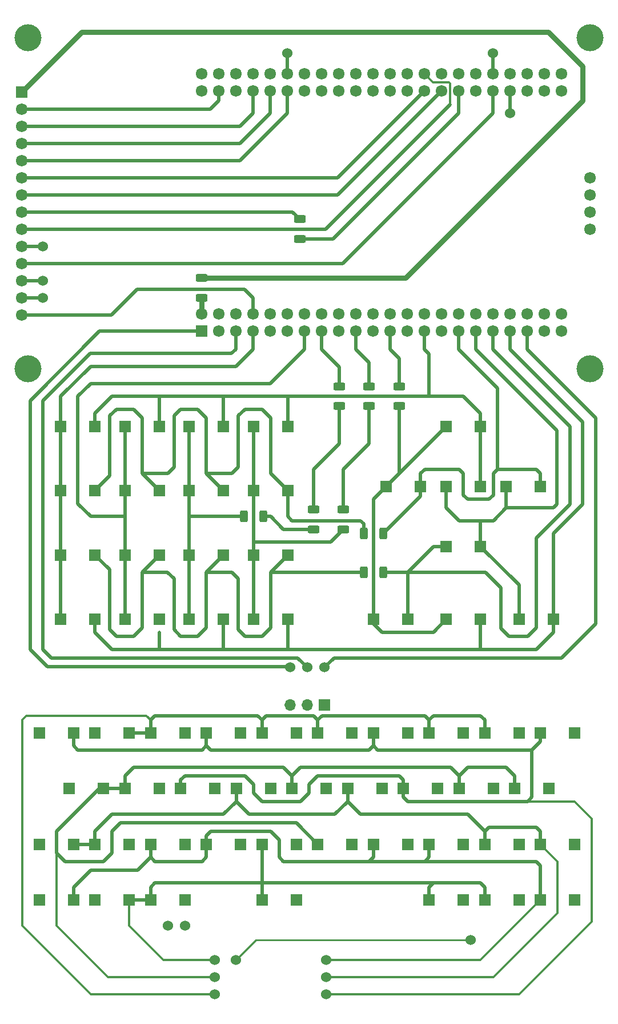
<source format=gbr>
%TF.GenerationSoftware,KiCad,Pcbnew,(6.0.7)*%
%TF.CreationDate,2022-08-13T02:18:18+03:00*%
%TF.ProjectId,dev_board_1,6465765f-626f-4617-9264-5f312e6b6963,rev?*%
%TF.SameCoordinates,Original*%
%TF.FileFunction,Copper,L2,Bot*%
%TF.FilePolarity,Positive*%
%FSLAX46Y46*%
G04 Gerber Fmt 4.6, Leading zero omitted, Abs format (unit mm)*
G04 Created by KiCad (PCBNEW (6.0.7)) date 2022-08-13 02:18:19*
%MOMM*%
%LPD*%
G01*
G04 APERTURE LIST*
G04 Aperture macros list*
%AMRoundRect*
0 Rectangle with rounded corners*
0 $1 Rounding radius*
0 $2 $3 $4 $5 $6 $7 $8 $9 X,Y pos of 4 corners*
0 Add a 4 corners polygon primitive as box body*
4,1,4,$2,$3,$4,$5,$6,$7,$8,$9,$2,$3,0*
0 Add four circle primitives for the rounded corners*
1,1,$1+$1,$2,$3*
1,1,$1+$1,$4,$5*
1,1,$1+$1,$6,$7*
1,1,$1+$1,$8,$9*
0 Add four rect primitives between the rounded corners*
20,1,$1+$1,$2,$3,$4,$5,0*
20,1,$1+$1,$4,$5,$6,$7,0*
20,1,$1+$1,$6,$7,$8,$9,0*
20,1,$1+$1,$8,$9,$2,$3,0*%
G04 Aperture macros list end*
%TA.AperFunction,ComponentPad*%
%ADD10R,1.724000X1.724000*%
%TD*%
%TA.AperFunction,ComponentPad*%
%ADD11R,1.700000X1.700000*%
%TD*%
%TA.AperFunction,ComponentPad*%
%ADD12O,1.700000X1.700000*%
%TD*%
%TA.AperFunction,ComponentPad*%
%ADD13R,1.722000X1.722000*%
%TD*%
%TA.AperFunction,ComponentPad*%
%ADD14C,1.722000*%
%TD*%
%TA.AperFunction,ComponentPad*%
%ADD15C,4.000000*%
%TD*%
%TA.AperFunction,SMDPad,CuDef*%
%ADD16RoundRect,0.250000X0.312500X0.625000X-0.312500X0.625000X-0.312500X-0.625000X0.312500X-0.625000X0*%
%TD*%
%TA.AperFunction,SMDPad,CuDef*%
%ADD17RoundRect,0.250000X0.625000X-0.312500X0.625000X0.312500X-0.625000X0.312500X-0.625000X-0.312500X0*%
%TD*%
%TA.AperFunction,SMDPad,CuDef*%
%ADD18RoundRect,0.250000X-0.625000X0.312500X-0.625000X-0.312500X0.625000X-0.312500X0.625000X0.312500X0*%
%TD*%
%TA.AperFunction,ViaPad*%
%ADD19C,1.524000*%
%TD*%
%TA.AperFunction,Conductor*%
%ADD20C,0.500000*%
%TD*%
%TA.AperFunction,Conductor*%
%ADD21C,0.250000*%
%TD*%
%TA.AperFunction,Conductor*%
%ADD22C,0.375000*%
%TD*%
%TA.AperFunction,Conductor*%
%ADD23C,0.300000*%
%TD*%
%TA.AperFunction,Conductor*%
%ADD24C,0.800000*%
%TD*%
G04 APERTURE END LIST*
D10*
%TO.P,SW35,1*%
%TO.N,N/C*%
X107210000Y-150177500D03*
%TO.P,SW35,2*%
X112290000Y-150177500D03*
%TD*%
%TO.P,SW7,1*%
%TO.N,col_2*%
X45615000Y-99060000D03*
%TO.P,SW7,2*%
%TO.N,row_3*%
X50695000Y-99060000D03*
%TD*%
%TO.P,SW3,1*%
%TO.N,col_1*%
X36090000Y-99060000D03*
%TO.P,SW3,2*%
%TO.N,row_3*%
X41170000Y-99060000D03*
%TD*%
%TO.P,SW23,1*%
%TO.N,col_6*%
X82445000Y-108585000D03*
%TO.P,SW23,2*%
%TO.N,row_3*%
X87525000Y-108585000D03*
%TD*%
%TO.P,SW4,1*%
%TO.N,col_1*%
X36090000Y-108585000D03*
%TO.P,SW4,2*%
%TO.N,N/C*%
X41170000Y-108585000D03*
%TD*%
%TO.P,SW1,1*%
%TO.N,col_1*%
X36090000Y-80010000D03*
%TO.P,SW1,2*%
%TO.N,row_1*%
X41170000Y-80010000D03*
%TD*%
D11*
%TO.P,J1,1,Pin_1*%
%TO.N,N/C*%
X75146803Y-121285000D03*
D12*
%TO.P,J1,2,Pin_2*%
X72606803Y-121285000D03*
%TO.P,J1,3,Pin_3*%
X70066803Y-121285000D03*
%TD*%
D10*
%TO.P,SW6,1*%
%TO.N,col_2*%
X45615000Y-89535000D03*
%TO.P,SW6,2*%
%TO.N,row_2*%
X50695000Y-89535000D03*
%TD*%
%TO.P,SW12,1*%
%TO.N,N/C*%
X49425000Y-150177500D03*
%TO.P,SW12,2*%
X54505000Y-150177500D03*
%TD*%
%TO.P,SW15,1*%
%TO.N,N/C*%
X70380000Y-133667500D03*
%TO.P,SW15,2*%
X75460000Y-133667500D03*
%TD*%
%TO.P,SW21,1*%
%TO.N,N/C*%
X74190000Y-141922500D03*
%TO.P,SW21,2*%
X79270000Y-141922500D03*
%TD*%
%TO.P,SW2,1*%
%TO.N,N/C*%
X32915000Y-125412500D03*
%TO.P,SW2,2*%
X37995000Y-125412500D03*
%TD*%
%TO.P,SW11,1*%
%TO.N,N/C*%
X49425000Y-141922500D03*
%TO.P,SW11,2*%
X54505000Y-141922500D03*
%TD*%
%TO.P,SW22,1*%
%TO.N,N/C*%
X78635000Y-133667500D03*
%TO.P,SW22,2*%
X83715000Y-133667500D03*
%TD*%
%TO.P,SW12,1*%
%TO.N,col_3*%
X55140000Y-108585000D03*
%TO.P,SW12,2*%
%TO.N,N/C*%
X60220000Y-108585000D03*
%TD*%
%TO.P,SW10,1*%
%TO.N,N/C*%
X41170000Y-141922500D03*
%TO.P,SW10,2*%
X46250000Y-141922500D03*
%TD*%
%TO.P,SW32,1*%
%TO.N,N/C*%
X107210000Y-125412500D03*
%TO.P,SW32,2*%
X112290000Y-125412500D03*
%TD*%
%TO.P,SW16,1*%
%TO.N,N/C*%
X62125000Y-133667500D03*
%TO.P,SW16,2*%
X67205000Y-133667500D03*
%TD*%
%TO.P,SW10,1*%
%TO.N,col_3*%
X55140000Y-89535000D03*
%TO.P,SW10,2*%
%TO.N,row_2*%
X60220000Y-89535000D03*
%TD*%
%TO.P,SW31,1*%
%TO.N,N/C*%
X98955000Y-125412500D03*
%TO.P,SW31,2*%
X104035000Y-125412500D03*
%TD*%
D13*
%TO.P,U2,1,+5V*%
%TO.N,N/C*%
X56940000Y-65915000D03*
D14*
%TO.P,U2,2,+5V*%
%TO.N,+5V*%
X56940000Y-63375000D03*
%TO.P,U2,3,+3V3*%
%TO.N,+3V3*%
X59480000Y-65915000D03*
%TO.P,U2,4,+3V3*%
X59480000Y-63375000D03*
%TO.P,U2,5,GND*%
%TO.N,N/C*%
X62020000Y-65915000D03*
%TO.P,U2,6,GND*%
%TO.N,GND*%
X62020000Y-63375000D03*
%TO.P,U2,7,PD9*%
%TO.N,col_1*%
X64560000Y-65915000D03*
%TO.P,U2,8,PD8*%
%TO.N,irg_touch*%
X64560000Y-63375000D03*
%TO.P,U2,9,PD11*%
%TO.N,qspi_flash*%
X67100000Y-65915000D03*
%TO.P,U2,10,PD10*%
%TO.N,unconnected-(U2-Pad10)*%
X67100000Y-63375000D03*
%TO.P,U2,11,PD13*%
%TO.N,qspi_flash*%
X69640000Y-65915000D03*
%TO.P,U2,12,PD12*%
X69640000Y-63375000D03*
%TO.P,U2,13,PD15*%
%TO.N,col_2*%
X72180000Y-65915000D03*
%TO.P,U2,14,PD14*%
%TO.N,unconnected-(U2-Pad14)*%
X72180000Y-63375000D03*
%TO.P,U2,15,PC7*%
%TO.N,col_3*%
X74720000Y-65915000D03*
%TO.P,U2,16,PC6*%
%TO.N,unconnected-(U2-Pad16)*%
X74720000Y-63375000D03*
%TO.P,U2,17,PC9*%
%TO.N,sd*%
X77260000Y-65915000D03*
%TO.P,U2,18,PC8*%
X77260000Y-63375000D03*
%TO.P,U2,19,PA9/TXD1*%
%TO.N,col_4*%
X79800000Y-65915000D03*
%TO.P,U2,20,PA8*%
%TO.N,unconnected-(U2-Pad20)*%
X79800000Y-63375000D03*
%TO.P,U2,21,PA11/USB_DM*%
%TO.N,usb*%
X82340000Y-65915000D03*
%TO.P,U2,22,PA10/RXD1*%
%TO.N,unconnected-(U2-Pad22)*%
X82340000Y-63375000D03*
%TO.P,U2,23,PA15*%
%TO.N,col_6*%
X84880000Y-65915000D03*
%TO.P,U2,24,PA12/USB_DP*%
%TO.N,usb*%
X84880000Y-63375000D03*
%TO.P,U2,25,PC11*%
%TO.N,sd*%
X87420000Y-65915000D03*
%TO.P,U2,26,PC10*%
X87420000Y-63375000D03*
%TO.P,U2,27,PD0*%
%TO.N,row_1*%
X89960000Y-65915000D03*
%TO.P,U2,28,PC12*%
%TO.N,sd*%
X89960000Y-63375000D03*
%TO.P,U2,29,PD2*%
X92500000Y-65915000D03*
%TO.P,U2,30,PD1*%
%TO.N,unconnected-(U2-Pad30)*%
X92500000Y-63375000D03*
%TO.P,U2,31,PD4*%
%TO.N,row_2*%
X95040000Y-65915000D03*
%TO.P,U2,32,PD3*%
%TO.N,unconnected-(U2-Pad32)*%
X95040000Y-63375000D03*
%TO.P,U2,33,PD6*%
%TO.N,col_5*%
X97580000Y-65915000D03*
%TO.P,U2,34,PD5*%
%TO.N,unconnected-(U2-Pad34)*%
X97580000Y-63375000D03*
%TO.P,U2,35,PB3*%
%TO.N,row_3*%
X100120000Y-65915000D03*
%TO.P,U2,36,PD7*%
%TO.N,unconnected-(U2-Pad36)*%
X100120000Y-63375000D03*
%TO.P,U2,37,PB5*%
%TO.N,N/C*%
X102660000Y-65915000D03*
%TO.P,U2,38,PB4*%
%TO.N,unconnected-(U2-Pad38)*%
X102660000Y-63375000D03*
%TO.P,U2,39,PB7*%
%TO.N,unconnected-(U2-Pad39)*%
X105200000Y-65915000D03*
%TO.P,U2,40,PB6*%
%TO.N,qspi_flash*%
X105200000Y-63375000D03*
%TO.P,U2,41,PB9*%
%TO.N,unconnected-(U2-Pad41)*%
X107740000Y-65915000D03*
%TO.P,U2,42,PB8*%
%TO.N,unconnected-(U2-Pad42)*%
X107740000Y-63375000D03*
%TO.P,U2,43,PE1*%
%TO.N,unconnected-(U2-Pad43)*%
X110280000Y-65915000D03*
%TO.P,U2,44,PE0*%
%TO.N,unconnected-(U2-Pad44)*%
X110280000Y-63375000D03*
%TO.P,U2,45,+3V3*%
%TO.N,+3V3*%
X56940000Y-30355000D03*
%TO.P,U2,46,+3V3*%
X56940000Y-27815000D03*
%TO.P,U2,47,GND*%
%TO.N,GND*%
X59480000Y-30355000D03*
%TO.P,U2,48,GND*%
X59480000Y-27815000D03*
%TO.P,U2,49,VDDA*%
%TO.N,unconnected-(U2-Pad49)*%
X62020000Y-30355000D03*
%TO.P,U2,50,VREF+*%
%TO.N,unconnected-(U2-Pad50)*%
X62020000Y-27815000D03*
%TO.P,U2,51,PB15*%
%TO.N,cs_tft*%
X64560000Y-30355000D03*
%TO.P,U2,52,PB14*%
%TO.N,unconnected-(U2-Pad52)*%
X64560000Y-27815000D03*
%TO.P,U2,53,PB13*%
%TO.N,reset_tft*%
X67100000Y-30355000D03*
%TO.P,U2,54,PB12*%
%TO.N,unconnected-(U2-Pad54)*%
X67100000Y-27815000D03*
%TO.P,U2,55,PB11*%
%TO.N,dc_tft*%
X69640000Y-30355000D03*
%TO.P,U2,56,PB10*%
%TO.N,sck_touch*%
X69640000Y-27815000D03*
%TO.P,U2,57,PE15*%
%TO.N,unconnected-(U2-Pad57)*%
X72180000Y-30355000D03*
%TO.P,U2,58,PE14*%
%TO.N,unconnected-(U2-Pad58)*%
X72180000Y-27815000D03*
%TO.P,U2,59,PE13*%
%TO.N,unconnected-(U2-Pad59)*%
X74720000Y-30355000D03*
%TO.P,U2,60,PE12*%
%TO.N,unconnected-(U2-Pad60)*%
X74720000Y-27815000D03*
%TO.P,U2,61,PE11*%
%TO.N,unconnected-(U2-Pad61)*%
X77260000Y-30355000D03*
%TO.P,U2,62,PE10*%
%TO.N,unconnected-(U2-Pad62)*%
X77260000Y-27815000D03*
%TO.P,U2,63,PE9*%
%TO.N,unconnected-(U2-Pad63)*%
X79800000Y-30355000D03*
%TO.P,U2,64,PE8*%
%TO.N,unconnected-(U2-Pad64)*%
X79800000Y-27815000D03*
%TO.P,U2,65,PE7*%
%TO.N,unconnected-(U2-Pad65)*%
X82340000Y-30355000D03*
%TO.P,U2,66,PB2*%
%TO.N,qspi_flash*%
X82340000Y-27815000D03*
%TO.P,U2,67,PB1*%
%TO.N,unconnected-(U2-Pad67)*%
X84880000Y-30355000D03*
%TO.P,U2,68,PB0*%
%TO.N,unconnected-(U2-Pad68)*%
X84880000Y-27815000D03*
%TO.P,U2,69,PC5*%
%TO.N,btn_1*%
X87420000Y-30355000D03*
%TO.P,U2,70,PC4*%
%TO.N,unconnected-(U2-Pad70)*%
X87420000Y-27815000D03*
%TO.P,U2,71,PA7*%
%TO.N,mosi_tft*%
X89960000Y-30355000D03*
%TO.P,U2,72,PA6*%
%TO.N,miso_tft*%
X89960000Y-27815000D03*
%TO.P,U2,73,PA5*%
%TO.N,sck_tft*%
X92500000Y-30355000D03*
%TO.P,U2,74,PA4*%
%TO.N,unconnected-(U2-Pad74)*%
X92500000Y-27815000D03*
%TO.P,U2,75,PA3*%
%TO.N,led_tft*%
X95040000Y-30355000D03*
%TO.P,U2,76,PA2*%
%TO.N,unconnected-(U2-Pad76)*%
X95040000Y-27815000D03*
%TO.P,U2,77,PA1*%
%TO.N,led_1*%
X97580000Y-30355000D03*
%TO.P,U2,78,PA0*%
%TO.N,uart_rx_keyboard*%
X97580000Y-27815000D03*
%TO.P,U2,79,PC3*%
%TO.N,cs_touch*%
X100120000Y-30355000D03*
%TO.P,U2,80,PC2*%
%TO.N,miso_touch*%
X100120000Y-27815000D03*
%TO.P,U2,81,PC1*%
%TO.N,mosi_touch*%
X102660000Y-30355000D03*
%TO.P,U2,82,PC0*%
%TO.N,unconnected-(U2-Pad82)*%
X102660000Y-27815000D03*
%TO.P,U2,83,PC13*%
%TO.N,unconnected-(U2-Pad83)*%
X105200000Y-30355000D03*
%TO.P,U2,84,PE6*%
%TO.N,unconnected-(U2-Pad84)*%
X105200000Y-27815000D03*
%TO.P,U2,85,PE5*%
%TO.N,unconnected-(U2-Pad85)*%
X107740000Y-30355000D03*
%TO.P,U2,86,PE4*%
%TO.N,unconnected-(U2-Pad86)*%
X107740000Y-27815000D03*
%TO.P,U2,87,PE3*%
%TO.N,btn_2*%
X110280000Y-30355000D03*
%TO.P,U2,88,PE2*%
%TO.N,qspi_flash*%
X110280000Y-27815000D03*
%TD*%
D10*
%TO.P,SW36,1*%
%TO.N,N/C*%
X98955000Y-150177500D03*
%TO.P,SW36,2*%
X104035000Y-150177500D03*
%TD*%
%TO.P,SW3,1*%
%TO.N,N/C*%
X37360000Y-133667500D03*
%TO.P,SW3,2*%
X42440000Y-133667500D03*
%TD*%
%TO.P,SW28,1*%
%TO.N,N/C*%
X98955000Y-141922500D03*
%TO.P,SW28,2*%
X104035000Y-141922500D03*
%TD*%
%TO.P,SW17,1*%
%TO.N,N/C*%
X57680000Y-141922500D03*
%TO.P,SW17,2*%
X62760000Y-141922500D03*
%TD*%
%TO.P,SW29,1*%
%TO.N,N/C*%
X90700000Y-141922500D03*
%TO.P,SW29,2*%
X95780000Y-141922500D03*
%TD*%
%TO.P,SW21,1*%
%TO.N,col_6*%
X93240000Y-80010000D03*
%TO.P,SW21,2*%
%TO.N,row_1*%
X98320000Y-80010000D03*
%TD*%
%TO.P,SW20,1*%
%TO.N,col_5*%
X104035000Y-108585000D03*
%TO.P,SW20,2*%
%TO.N,N/C*%
X109115000Y-108585000D03*
%TD*%
%TO.P,SW7,1*%
%TO.N,N/C*%
X49425000Y-125412500D03*
%TO.P,SW7,2*%
X54505000Y-125412500D03*
%TD*%
%TO.P,SW33,1*%
%TO.N,N/C*%
X103400000Y-133667500D03*
%TO.P,SW33,2*%
X108480000Y-133667500D03*
%TD*%
%TO.P,SW4,1*%
%TO.N,N/C*%
X32915000Y-141922500D03*
%TO.P,SW4,2*%
X37995000Y-141922500D03*
%TD*%
%TO.P,SW26,1*%
%TO.N,N/C*%
X86890000Y-133667500D03*
%TO.P,SW26,2*%
X91970000Y-133667500D03*
%TD*%
%TO.P,SW13,1*%
%TO.N,N/C*%
X65935000Y-125412500D03*
%TO.P,SW13,2*%
X71015000Y-125412500D03*
%TD*%
%TO.P,SW34,1*%
%TO.N,N/C*%
X107210000Y-141922500D03*
%TO.P,SW34,2*%
X112290000Y-141922500D03*
%TD*%
%TO.P,SW18,1*%
%TO.N,col_5*%
X102130000Y-88900000D03*
%TO.P,SW18,2*%
%TO.N,row_2*%
X107210000Y-88900000D03*
%TD*%
%TO.P,SW23,1*%
%TO.N,N/C*%
X82445000Y-141922500D03*
%TO.P,SW23,2*%
X87525000Y-141922500D03*
%TD*%
%TO.P,SW19,1*%
%TO.N,N/C*%
X74190000Y-125412500D03*
%TO.P,SW19,2*%
X79270000Y-125412500D03*
%TD*%
%TO.P,SW1,1*%
%TO.N,N/C*%
X41170000Y-125412500D03*
%TO.P,SW1,2*%
X46250000Y-125412500D03*
%TD*%
%TO.P,SW27,1*%
%TO.N,N/C*%
X95145000Y-133667500D03*
%TO.P,SW27,2*%
X100225000Y-133667500D03*
%TD*%
%TO.P,SW8,1*%
%TO.N,col_2*%
X45615000Y-108585000D03*
%TO.P,SW8,2*%
%TO.N,row_4*%
X50695000Y-108585000D03*
%TD*%
%TO.P,SW24,1*%
%TO.N,col_6*%
X93240000Y-108585000D03*
%TO.P,SW24,2*%
%TO.N,N/C*%
X98320000Y-108585000D03*
%TD*%
%TO.P,SW14,1*%
%TO.N,col_4*%
X64665000Y-89535000D03*
%TO.P,SW14,2*%
%TO.N,row_2*%
X69745000Y-89535000D03*
%TD*%
%TO.P,SW9,1*%
%TO.N,N/C*%
X45615000Y-133667500D03*
%TO.P,SW9,2*%
X50695000Y-133667500D03*
%TD*%
%TO.P,SW24,1*%
%TO.N,N/C*%
X65935000Y-150177500D03*
%TO.P,SW24,2*%
X71015000Y-150177500D03*
%TD*%
%TO.P,SW2,1*%
%TO.N,col_1*%
X36090000Y-89535000D03*
%TO.P,SW2,2*%
%TO.N,row_2*%
X41170000Y-89535000D03*
%TD*%
%TO.P,SW30,1*%
%TO.N,N/C*%
X90700000Y-150177500D03*
%TO.P,SW30,2*%
X95780000Y-150177500D03*
%TD*%
%TO.P,SW22,1*%
%TO.N,col_6*%
X84350000Y-88900000D03*
%TO.P,SW22,2*%
%TO.N,row_2*%
X89430000Y-88900000D03*
%TD*%
%TO.P,SW16,1*%
%TO.N,col_4*%
X64665000Y-108585000D03*
%TO.P,SW16,2*%
%TO.N,N/C*%
X69745000Y-108585000D03*
%TD*%
%TO.P,SW25,1*%
%TO.N,N/C*%
X90700000Y-125412500D03*
%TO.P,SW25,2*%
X95780000Y-125412500D03*
%TD*%
D15*
%TO.P,U1,*%
%TO.N,*%
X114570000Y-22470000D03*
X31270000Y-71510000D03*
X31270000Y-22470000D03*
X114570000Y-71510000D03*
D13*
%TO.P,U1,1,VCC*%
%TO.N,+5V*%
X30270000Y-30480000D03*
D14*
%TO.P,U1,2,GND*%
%TO.N,GND*%
X30270000Y-33020000D03*
%TO.P,U1,3,~{CS_display}*%
%TO.N,cs_tft*%
X30270000Y-35560000D03*
%TO.P,U1,4,RESET*%
%TO.N,reset_tft*%
X30270000Y-38100000D03*
%TO.P,U1,5,D/~{C}_display*%
%TO.N,dc_tft*%
X30270000Y-40640000D03*
%TO.P,U1,6,MOSI_display*%
%TO.N,mosi_tft*%
X30270000Y-43180000D03*
%TO.P,U1,7,SCK_display*%
%TO.N,sck_tft*%
X30270000Y-45720000D03*
%TO.P,U1,8,LED*%
%TO.N,led_tft*%
X30270000Y-48260000D03*
%TO.P,U1,9,MISO_display*%
%TO.N,miso_tft*%
X30270000Y-50800000D03*
%TO.P,U1,10,SCK_touch*%
%TO.N,sck_touch*%
X30270000Y-53340000D03*
%TO.P,U1,11,~{CS_touch}*%
%TO.N,cs_touch*%
X30270000Y-55880000D03*
%TO.P,U1,12,MOSI_touch*%
%TO.N,mosi_touch*%
X30270000Y-58420000D03*
%TO.P,U1,13,MISO_touch*%
%TO.N,miso_touch*%
X30270000Y-60960000D03*
%TO.P,U1,14,IRQ_touch*%
%TO.N,irg_touch*%
X30270000Y-63500000D03*
%TO.P,U1,15*%
%TO.N,N/C*%
X114570000Y-43180000D03*
%TO.P,U1,16*%
X114570000Y-45720000D03*
%TO.P,U1,17*%
X114570000Y-48260000D03*
%TO.P,U1,18*%
X114570000Y-50800000D03*
%TD*%
D10*
%TO.P,SW13,1*%
%TO.N,col_4*%
X64665000Y-80010000D03*
%TO.P,SW13,2*%
%TO.N,row_1*%
X69745000Y-80010000D03*
%TD*%
%TO.P,SW20,1*%
%TO.N,N/C*%
X82445000Y-125412500D03*
%TO.P,SW20,2*%
X87525000Y-125412500D03*
%TD*%
%TO.P,SW14,1*%
%TO.N,N/C*%
X57680000Y-125412500D03*
%TO.P,SW14,2*%
X62760000Y-125412500D03*
%TD*%
%TO.P,SW18,1*%
%TO.N,N/C*%
X65935000Y-141922500D03*
%TO.P,SW18,2*%
X71015000Y-141922500D03*
%TD*%
%TO.P,SW5,1*%
%TO.N,col_2*%
X45615000Y-80010000D03*
%TO.P,SW5,2*%
%TO.N,row_1*%
X50695000Y-80010000D03*
%TD*%
%TO.P,SW8,1*%
%TO.N,N/C*%
X53870000Y-133667500D03*
%TO.P,SW8,2*%
X58950000Y-133667500D03*
%TD*%
%TO.P,SW19,1*%
%TO.N,col_5*%
X98320000Y-97790000D03*
%TO.P,SW19,2*%
%TO.N,row_3*%
X93240000Y-97790000D03*
%TD*%
%TO.P,SW6,1*%
%TO.N,N/C*%
X41170000Y-150177500D03*
%TO.P,SW6,2*%
X46250000Y-150177500D03*
%TD*%
%TO.P,SW9,1*%
%TO.N,col_3*%
X55140000Y-80010000D03*
%TO.P,SW9,2*%
%TO.N,row_1*%
X60220000Y-80010000D03*
%TD*%
%TO.P,SW17,1*%
%TO.N,col_5*%
X93240000Y-88900000D03*
%TO.P,SW17,2*%
%TO.N,row_1*%
X98320000Y-88900000D03*
%TD*%
%TO.P,SW11,1*%
%TO.N,col_3*%
X55140000Y-99060000D03*
%TO.P,SW11,2*%
%TO.N,row_3*%
X60220000Y-99060000D03*
%TD*%
%TO.P,SW15,1*%
%TO.N,col_4*%
X64665000Y-99060000D03*
%TO.P,SW15,2*%
%TO.N,row_3*%
X69745000Y-99060000D03*
%TD*%
%TO.P,SW5,1*%
%TO.N,N/C*%
X32915000Y-150177500D03*
%TO.P,SW5,2*%
X37995000Y-150177500D03*
%TD*%
D16*
%TO.P,REF\u002A\u002A,1*%
%TO.N,row_2*%
X83907500Y-95885000D03*
%TO.P,REF\u002A\u002A,2*%
X80982500Y-95885000D03*
%TD*%
%TO.P,REF\u002A\u002A,1*%
%TO.N,row_3*%
X83907500Y-101600000D03*
%TO.P,REF\u002A\u002A,2*%
X80982500Y-101600000D03*
%TD*%
D17*
%TO.P,REF\u002A\u002A,1*%
%TO.N,col_4*%
X81810000Y-77027500D03*
%TO.P,REF\u002A\u002A,2*%
X81810000Y-74102500D03*
%TD*%
D18*
%TO.P,REF\u002A\u002A,1*%
%TO.N,+5V*%
X56940000Y-58035000D03*
%TO.P,REF\u002A\u002A,2*%
X56940000Y-60960000D03*
%TD*%
D17*
%TO.P,REF\u002A\u002A,1*%
%TO.N,col_3*%
X77365000Y-77027500D03*
%TO.P,REF\u002A\u002A,2*%
X77365000Y-74102500D03*
%TD*%
%TO.P,REF\u002A\u002A,1*%
%TO.N,col_4*%
X78000000Y-95250000D03*
%TO.P,REF\u002A\u002A,2*%
X78000000Y-92325000D03*
%TD*%
D16*
%TO.P,REF\u002A\u002A,1*%
%TO.N,col_3*%
X66127500Y-93345000D03*
%TO.P,REF\u002A\u002A,2*%
X63202500Y-93345000D03*
%TD*%
D17*
%TO.P,REF\u002A\u002A,1*%
%TO.N,led_tft*%
X71545000Y-52262500D03*
%TO.P,REF\u002A\u002A,2*%
X71545000Y-49337500D03*
%TD*%
%TO.P,REF\u002A\u002A,1*%
%TO.N,col_6*%
X86255000Y-77027500D03*
%TO.P,REF\u002A\u002A,2*%
X86255000Y-74102500D03*
%TD*%
%TO.P,REF\u002A\u002A,1*%
%TO.N,col_3*%
X73555000Y-95250000D03*
%TO.P,REF\u002A\u002A,2*%
X73555000Y-92325000D03*
%TD*%
D19*
%TO.N,*%
X75460000Y-164147500D03*
X54505000Y-153987500D03*
X51965000Y-153987500D03*
X75460000Y-159067500D03*
X96890443Y-156074936D03*
X58950000Y-159067500D03*
X75460000Y-161607500D03*
X58950000Y-161607500D03*
X62053957Y-159066973D03*
X58950000Y-164147500D03*
%TO.N,unconnected-(U2-Pad39)*%
X75146803Y-115730000D03*
%TO.N,sck_touch*%
X33445000Y-53340000D03*
X69640000Y-24765000D03*
%TO.N,mosi_touch*%
X33445000Y-58420000D03*
X102660000Y-33655000D03*
%TO.N,miso_touch*%
X33445000Y-60960000D03*
X100120000Y-24765000D03*
%TO.N,+5V*%
X70066803Y-115730000D03*
%TO.N,GND*%
X72606803Y-115730000D03*
%TD*%
D20*
%TO.N,*%
X95145000Y-131762500D02*
X95145000Y-133667500D01*
X54505000Y-131762500D02*
X63395000Y-131762500D01*
X65935000Y-123507500D02*
X66570000Y-122872500D01*
D21*
X65045994Y-156074936D02*
X96890443Y-156074936D01*
D22*
X109750000Y-144462500D02*
X107210000Y-141922500D01*
D21*
X62053957Y-159066973D02*
X65045994Y-156074936D01*
D20*
X37995000Y-127317500D02*
X38630000Y-127952500D01*
X40535000Y-145732500D02*
X47520000Y-145732500D01*
X49425000Y-123507500D02*
X50060000Y-122872500D01*
X37995000Y-150177500D02*
X37995000Y-148272500D01*
X106575000Y-144462500D02*
X107210000Y-145097500D01*
D22*
X31010000Y-122872500D02*
X48790000Y-122872500D01*
D20*
X105940000Y-127952500D02*
X107210000Y-126682500D01*
X87525000Y-135572500D02*
X104670000Y-135572500D01*
X63395000Y-131762500D02*
X64665000Y-133032500D01*
X47520000Y-145732500D02*
X49425000Y-143827500D01*
X98320000Y-122872500D02*
X98955000Y-123507500D01*
X90065000Y-122872500D02*
X90700000Y-123507500D01*
X73555000Y-122872500D02*
X74190000Y-123507500D01*
X46250000Y-150177500D02*
X49425000Y-150177500D01*
X44980000Y-138747500D02*
X43710000Y-140017500D01*
X86255000Y-131762500D02*
X86890000Y-132397500D01*
X45615000Y-133667500D02*
X45615000Y-131762500D01*
X90700000Y-123507500D02*
X90700000Y-125412500D01*
X74825000Y-122872500D02*
X90065000Y-122872500D01*
X98955000Y-140017500D02*
X99590000Y-139382500D01*
X70380000Y-131762500D02*
X70380000Y-133667500D01*
X57045000Y-144462500D02*
X57680000Y-143827500D01*
D22*
X112290000Y-135572500D02*
X104670000Y-135572500D01*
D20*
X91335000Y-122872500D02*
X98320000Y-122872500D01*
X74190000Y-131762500D02*
X86255000Y-131762500D01*
X104670000Y-135572500D02*
X105305000Y-135572500D01*
X53870000Y-133667500D02*
X53870000Y-132397500D01*
D22*
X104035000Y-164147500D02*
X114830000Y-153352500D01*
D20*
X57045000Y-127952500D02*
X57680000Y-127317500D01*
X36725000Y-144462500D02*
X35455000Y-143192500D01*
X45615000Y-131762500D02*
X46885000Y-130492500D01*
X105940000Y-134937500D02*
X105940000Y-127952500D01*
D22*
X46250000Y-153987500D02*
X46250000Y-150177500D01*
D20*
X49425000Y-148272500D02*
X49425000Y-150177500D01*
X107210000Y-140017500D02*
X107210000Y-141922500D01*
X98955000Y-148272500D02*
X98955000Y-150177500D01*
X42440000Y-144462500D02*
X36725000Y-144462500D01*
X81810000Y-144462500D02*
X90065000Y-144462500D01*
X57680000Y-141922500D02*
X57680000Y-140652500D01*
D22*
X48790000Y-122872500D02*
X49425000Y-123507500D01*
D20*
X82445000Y-127317500D02*
X82445000Y-125412500D01*
X68475000Y-143827500D02*
X69110000Y-144462500D01*
X41170000Y-141922500D02*
X41170000Y-140017500D01*
X65935000Y-150177500D02*
X65935000Y-141922500D01*
D22*
X98320000Y-159067500D02*
X107210000Y-150177500D01*
D20*
X96415000Y-130492500D02*
X102130000Y-130492500D01*
X98955000Y-123507500D02*
X98955000Y-125412500D01*
X86890000Y-134937500D02*
X87525000Y-135572500D01*
X93875000Y-130492500D02*
X95145000Y-131762500D01*
X58315000Y-140017500D02*
X67205000Y-140017500D01*
X81810000Y-127952500D02*
X82445000Y-127317500D01*
X83080000Y-127952500D02*
X105940000Y-127952500D01*
D22*
X58950000Y-159067500D02*
X51330000Y-159067500D01*
D20*
X80540000Y-137477500D02*
X96415000Y-137477500D01*
X49425000Y-143827500D02*
X50060000Y-144462500D01*
X50060000Y-144462500D02*
X57045000Y-144462500D01*
X71650000Y-130492500D02*
X93875000Y-130492500D01*
D22*
X40535000Y-164147500D02*
X30375000Y-153987500D01*
D20*
X102130000Y-130492500D02*
X103400000Y-131762500D01*
X37995000Y-148272500D02*
X40535000Y-145732500D01*
D22*
X51330000Y-159067500D02*
X46250000Y-153987500D01*
D20*
X64030000Y-137477500D02*
X76730000Y-137477500D01*
X82445000Y-127317500D02*
X83080000Y-127952500D01*
X41170000Y-140017500D02*
X43710000Y-137477500D01*
X65935000Y-135572500D02*
X71650000Y-135572500D01*
X76730000Y-137477500D02*
X78635000Y-135572500D01*
X95145000Y-131762500D02*
X96415000Y-130492500D01*
X50060000Y-147637500D02*
X49425000Y-148272500D01*
X64665000Y-133032500D02*
X64665000Y-134302500D01*
X65935000Y-123507500D02*
X65935000Y-125412500D01*
X72920000Y-133032500D02*
X74190000Y-131762500D01*
D22*
X30375000Y-153987500D02*
X30375000Y-123507500D01*
D20*
X82445000Y-143827500D02*
X82445000Y-141922500D01*
X69110000Y-144462500D02*
X81810000Y-144462500D01*
D22*
X75460000Y-164147500D02*
X104035000Y-164147500D01*
D20*
X65300000Y-122872500D02*
X65935000Y-123507500D01*
X42440000Y-133667500D02*
X45615000Y-133667500D01*
X41805000Y-133667500D02*
X42440000Y-133667500D01*
X69110000Y-130492500D02*
X70380000Y-131762500D01*
X107210000Y-126682500D02*
X107210000Y-125412500D01*
X90700000Y-148272500D02*
X91335000Y-147637500D01*
X90065000Y-144462500D02*
X106575000Y-144462500D01*
X72920000Y-134302500D02*
X72920000Y-133032500D01*
X49425000Y-125412500D02*
X49425000Y-123507500D01*
X35455000Y-140017500D02*
X41805000Y-133667500D01*
X78635000Y-135572500D02*
X78635000Y-133667500D01*
X49425000Y-143827500D02*
X49425000Y-141922500D01*
D22*
X30375000Y-123507500D02*
X31010000Y-122872500D01*
D20*
X106575000Y-139382500D02*
X107210000Y-140017500D01*
X103400000Y-131762500D02*
X103400000Y-133667500D01*
X86890000Y-132397500D02*
X86890000Y-133667500D01*
X60220000Y-137477500D02*
X62125000Y-135572500D01*
X46885000Y-130492500D02*
X69110000Y-130492500D01*
X37995000Y-141922500D02*
X41170000Y-141922500D01*
X38630000Y-127952500D02*
X57045000Y-127952500D01*
X35455000Y-143192500D02*
X35455000Y-140017500D01*
X46250000Y-125412500D02*
X49425000Y-125412500D01*
X37995000Y-125412500D02*
X37995000Y-127317500D01*
X43710000Y-140017500D02*
X43710000Y-143192500D01*
D22*
X100225000Y-161607500D02*
X109750000Y-152082500D01*
D20*
X105305000Y-135572500D02*
X105940000Y-134937500D01*
X81810000Y-144462500D02*
X82445000Y-143827500D01*
D22*
X109750000Y-152082500D02*
X109750000Y-144462500D01*
D20*
X71015000Y-138747500D02*
X44980000Y-138747500D01*
X71650000Y-135572500D02*
X72920000Y-134302500D01*
D22*
X58950000Y-164147500D02*
X40535000Y-164147500D01*
D20*
X86890000Y-133667500D02*
X86890000Y-134937500D01*
X57680000Y-127317500D02*
X58315000Y-127952500D01*
D22*
X75460000Y-161607500D02*
X100225000Y-161607500D01*
X75460000Y-159067500D02*
X98320000Y-159067500D01*
D20*
X74190000Y-123507500D02*
X74825000Y-122872500D01*
D22*
X43075000Y-161607500D02*
X35455000Y-153987500D01*
X58950000Y-161607500D02*
X43075000Y-161607500D01*
D20*
X107210000Y-145097500D02*
X107210000Y-150177500D01*
X96415000Y-137477500D02*
X98955000Y-140017500D01*
X99590000Y-139382500D02*
X106575000Y-139382500D01*
X57680000Y-127317500D02*
X57680000Y-125412500D01*
X43710000Y-137477500D02*
X60220000Y-137477500D01*
X68475000Y-141287500D02*
X68475000Y-143827500D01*
X53870000Y-132397500D02*
X54505000Y-131762500D01*
X90700000Y-150177500D02*
X90700000Y-148272500D01*
X67205000Y-140017500D02*
X68475000Y-141287500D01*
X43710000Y-143192500D02*
X42440000Y-144462500D01*
X98955000Y-141922500D02*
X98955000Y-140017500D01*
X66570000Y-122872500D02*
X73555000Y-122872500D01*
X78635000Y-135572500D02*
X80540000Y-137477500D01*
X50060000Y-122872500D02*
X65300000Y-122872500D01*
D22*
X35455000Y-153987500D02*
X35455000Y-143192500D01*
D20*
X57680000Y-140652500D02*
X58315000Y-140017500D01*
X57680000Y-143827500D02*
X57680000Y-141922500D01*
X90700000Y-143827500D02*
X90700000Y-141922500D01*
X74190000Y-123507500D02*
X74190000Y-125412500D01*
X91335000Y-147637500D02*
X50060000Y-147637500D01*
X62125000Y-135572500D02*
X62125000Y-133667500D01*
X98320000Y-147637500D02*
X98955000Y-148272500D01*
X91335000Y-147637500D02*
X98320000Y-147637500D01*
D22*
X114830000Y-138112500D02*
X112290000Y-135572500D01*
D20*
X70380000Y-131762500D02*
X71650000Y-130492500D01*
X74190000Y-141922500D02*
X71015000Y-138747500D01*
D22*
X114830000Y-153352500D02*
X114830000Y-138112500D01*
D20*
X62125000Y-135572500D02*
X64030000Y-137477500D01*
X90700000Y-123507500D02*
X91335000Y-122872500D01*
X90065000Y-144462500D02*
X90700000Y-143827500D01*
X58315000Y-127952500D02*
X81810000Y-127952500D01*
X64665000Y-134302500D02*
X65935000Y-135572500D01*
%TO.N,col_1*%
X40535000Y-71120000D02*
X62020000Y-71120000D01*
X64560000Y-68580000D02*
X64560000Y-65915000D01*
X36090000Y-108585000D02*
X36090000Y-80010000D01*
X62020000Y-71120000D02*
X64560000Y-68580000D01*
X36090000Y-75565000D02*
X40535000Y-71120000D01*
X36090000Y-80010000D02*
X36090000Y-75565000D01*
%TO.N,row_1*%
X95780000Y-75565000D02*
X98320000Y-78105000D01*
X98320000Y-80010000D02*
X98320000Y-88900000D01*
X50695000Y-80010000D02*
X50695000Y-75565000D01*
X41170000Y-80010000D02*
X41170000Y-78105000D01*
X90700000Y-69320000D02*
X90700000Y-75565000D01*
X58950000Y-75565000D02*
X69110000Y-75565000D01*
X98320000Y-78105000D02*
X98320000Y-80010000D01*
X89960000Y-65915000D02*
X89960000Y-68580000D01*
X60220000Y-75565000D02*
X60220000Y-80010000D01*
X89960000Y-68580000D02*
X90700000Y-69320000D01*
X43710000Y-75565000D02*
X50695000Y-75565000D01*
X90700000Y-75565000D02*
X95780000Y-75565000D01*
X50695000Y-75565000D02*
X60220000Y-75565000D01*
X69745000Y-80010000D02*
X69745000Y-75565000D01*
X69110000Y-75565000D02*
X90700000Y-75565000D01*
X41170000Y-78105000D02*
X43710000Y-75565000D01*
%TO.N,row_2*%
X80982500Y-94422500D02*
X80982500Y-95885000D01*
X62409509Y-86075491D02*
X62409509Y-78455491D01*
X57680000Y-86995000D02*
X61490000Y-86995000D01*
X90065000Y-86360000D02*
X95145000Y-86360000D01*
X83907500Y-95885000D02*
X89430000Y-90362500D01*
X51965000Y-86995000D02*
X52884509Y-86075491D01*
X43359509Y-87345491D02*
X43359509Y-78455491D01*
X63395000Y-77470000D02*
X65935000Y-77470000D01*
X53870000Y-77470000D02*
X56410000Y-77470000D01*
X107210000Y-86995000D02*
X107210000Y-88900000D01*
X95780000Y-90170000D02*
X96415000Y-90805000D01*
X52884509Y-86009509D02*
X52884509Y-78455491D01*
X67205000Y-78740000D02*
X67205000Y-86995000D01*
X41170000Y-89535000D02*
X43359509Y-87345491D01*
X56410000Y-77470000D02*
X57680000Y-78740000D01*
X89430000Y-88900000D02*
X89430000Y-86995000D01*
X52884509Y-86075491D02*
X52884509Y-86009509D01*
X100225000Y-86995000D02*
X100860000Y-86360000D01*
X95040000Y-68580000D02*
X100860000Y-74400000D01*
X80540000Y-93980000D02*
X80982500Y-94422500D01*
X70380000Y-93980000D02*
X80540000Y-93980000D01*
X96415000Y-90805000D02*
X99590000Y-90805000D01*
X70380000Y-93980000D02*
X69745000Y-93345000D01*
X65935000Y-77470000D02*
X67205000Y-78740000D01*
X62409509Y-78455491D02*
X63395000Y-77470000D01*
X95040000Y-65915000D02*
X95040000Y-68580000D01*
X48155000Y-78740000D02*
X48155000Y-86995000D01*
X95145000Y-86360000D02*
X95780000Y-86995000D01*
X99590000Y-90805000D02*
X100225000Y-90170000D01*
X100860000Y-86360000D02*
X106575000Y-86360000D01*
X67205000Y-86995000D02*
X69745000Y-89535000D01*
X43359509Y-78455491D02*
X44345000Y-77470000D01*
X89430000Y-90362500D02*
X89430000Y-88900000D01*
X57680000Y-86995000D02*
X60220000Y-89535000D01*
X46885000Y-77470000D02*
X48155000Y-78740000D01*
X61490000Y-86995000D02*
X62409509Y-86075491D01*
X100860000Y-74400000D02*
X100860000Y-86360000D01*
X48155000Y-86995000D02*
X51965000Y-86995000D01*
X48155000Y-86995000D02*
X50695000Y-89535000D01*
X44345000Y-77470000D02*
X46885000Y-77470000D01*
X69745000Y-89535000D02*
X69745000Y-93345000D01*
X52884509Y-78455491D02*
X53870000Y-77470000D01*
X106575000Y-86360000D02*
X107210000Y-86995000D01*
X57680000Y-78740000D02*
X57680000Y-86995000D01*
X89430000Y-86995000D02*
X90065000Y-86360000D01*
X95780000Y-86995000D02*
X95780000Y-90170000D01*
X100225000Y-90170000D02*
X100225000Y-86995000D01*
%TO.N,row_3*%
X63395000Y-111125000D02*
X62409509Y-110139509D01*
X101345013Y-109937355D02*
X101345013Y-103928507D01*
X106575000Y-109855000D02*
X105305000Y-111125000D01*
X83907500Y-101600000D02*
X87525000Y-101600000D01*
X44345000Y-111125000D02*
X43359509Y-110139509D01*
X65935000Y-111125000D02*
X63395000Y-111125000D01*
X87525000Y-101600000D02*
X87525000Y-108585000D01*
X60220000Y-99060000D02*
X57680000Y-101600000D01*
X56410000Y-111125000D02*
X53870000Y-111125000D01*
X46885000Y-111125000D02*
X44345000Y-111125000D01*
X93240000Y-97790000D02*
X91335000Y-97790000D01*
X105305000Y-111125000D02*
X102532658Y-111125000D01*
X43359509Y-110139509D02*
X43359509Y-101249509D01*
X99016506Y-101600000D02*
X87525000Y-101600000D01*
X111550000Y-80010000D02*
X111550000Y-91545000D01*
X57680000Y-109855000D02*
X56410000Y-111125000D01*
X48155000Y-109855000D02*
X46885000Y-111125000D01*
X57680000Y-101600000D02*
X57680000Y-109855000D01*
X100120000Y-65915000D02*
X100120000Y-68580000D01*
X102532658Y-111125000D02*
X101345013Y-109937355D01*
X52884509Y-110139509D02*
X52884509Y-102585491D01*
X43359509Y-101249509D02*
X41170000Y-99060000D01*
X111550000Y-91545000D02*
X106575000Y-96520000D01*
X67205000Y-101600000D02*
X80982500Y-101600000D01*
X61424018Y-101600000D02*
X62409509Y-102585491D01*
X101345013Y-103928507D02*
X99016506Y-101600000D01*
X53870000Y-111125000D02*
X52884509Y-110139509D01*
X48155000Y-101600000D02*
X51899018Y-101600000D01*
X48155000Y-101600000D02*
X48155000Y-109855000D01*
X67205000Y-109855000D02*
X65935000Y-111125000D01*
X69745000Y-99060000D02*
X67205000Y-101600000D01*
X51899018Y-101600000D02*
X52884509Y-102585491D01*
X57680000Y-101600000D02*
X61424018Y-101600000D01*
X100120000Y-68580000D02*
X111550000Y-80010000D01*
X62409509Y-110139509D02*
X62409509Y-102585491D01*
X67205000Y-101600000D02*
X67205000Y-109855000D01*
X91335000Y-97790000D02*
X87525000Y-101600000D01*
X50695000Y-99060000D02*
X48155000Y-101600000D01*
X106575000Y-96520000D02*
X106575000Y-109855000D01*
%TO.N,row_4*%
X109115000Y-110490000D02*
X109115000Y-108585000D01*
X43710000Y-113030000D02*
X106575000Y-113030000D01*
X60220000Y-113030000D02*
X60220000Y-108585000D01*
X69745000Y-113030000D02*
X69745000Y-108585000D01*
X98320000Y-108585000D02*
X98320000Y-113030000D01*
X41170000Y-108585000D02*
X41170000Y-110490000D01*
X102660000Y-65915000D02*
X102660000Y-68580000D01*
X109115000Y-95885000D02*
X109115000Y-108585000D01*
X41170000Y-110490000D02*
X43710000Y-113030000D01*
X50695000Y-113030000D02*
X50695000Y-110490000D01*
X102660000Y-68580000D02*
X113455000Y-79375000D01*
X113455000Y-79375000D02*
X113455000Y-91545000D01*
X106575000Y-113030000D02*
X109115000Y-110490000D01*
X113455000Y-91545000D02*
X109115000Y-95885000D01*
%TO.N,col_2*%
X67100000Y-73660000D02*
X40535000Y-73660000D01*
X45615000Y-80010000D02*
X45615000Y-93345000D01*
X45615000Y-93345000D02*
X45615000Y-108585000D01*
X40535000Y-93345000D02*
X45615000Y-93345000D01*
X38630000Y-75565000D02*
X38630000Y-91440000D01*
X40535000Y-73660000D02*
X38630000Y-75565000D01*
X72180000Y-68580000D02*
X67100000Y-73660000D01*
X38630000Y-91440000D02*
X40535000Y-93345000D01*
X72180000Y-65915000D02*
X72180000Y-68580000D01*
%TO.N,col_3*%
X77365000Y-82550000D02*
X77365000Y-77027500D01*
X74720000Y-65915000D02*
X74720000Y-68580000D01*
X77365000Y-71225000D02*
X77365000Y-74102500D01*
X74720000Y-68580000D02*
X77365000Y-71225000D01*
X66127500Y-93345000D02*
X67205000Y-93345000D01*
X73555000Y-92325000D02*
X73555000Y-86360000D01*
X55140000Y-108585000D02*
X55140000Y-93345000D01*
X63202500Y-93345000D02*
X55140000Y-93345000D01*
X69110000Y-95250000D02*
X73555000Y-95250000D01*
X73555000Y-86360000D02*
X77365000Y-82550000D01*
X55140000Y-93345000D02*
X55140000Y-80010000D01*
X67205000Y-93345000D02*
X69110000Y-95250000D01*
%TO.N,col_4*%
X79800000Y-65915000D02*
X79800000Y-68580000D01*
X64665000Y-80010000D02*
X64665000Y-97155000D01*
X78000000Y-92325000D02*
X78000000Y-86360000D01*
X81810000Y-70590000D02*
X81810000Y-74102500D01*
X78000000Y-86360000D02*
X81810000Y-82550000D01*
X81810000Y-82550000D02*
X81810000Y-77027500D01*
X64665000Y-97155000D02*
X76095000Y-97155000D01*
X79800000Y-68580000D02*
X81810000Y-70590000D01*
X76095000Y-97155000D02*
X78000000Y-95250000D01*
X64665000Y-97155000D02*
X64665000Y-108585000D01*
%TO.N,unconnected-(U2-Pad39)*%
X75146803Y-115730000D02*
X75195000Y-115730000D01*
X105200000Y-68580000D02*
X115360000Y-78740000D01*
X105200000Y-65915000D02*
X105200000Y-68580000D01*
X115360000Y-109220000D02*
X110280000Y-114300000D01*
X75195000Y-115730000D02*
X76625000Y-114300000D01*
X110280000Y-114300000D02*
X76625000Y-114300000D01*
X115360000Y-78740000D02*
X115360000Y-109220000D01*
%TO.N,col_5*%
X93240000Y-92075000D02*
X95145000Y-93980000D01*
X109115000Y-92075000D02*
X102130000Y-92075000D01*
X97580000Y-65915000D02*
X97580000Y-68580000D01*
X102130000Y-92075000D02*
X102130000Y-88900000D01*
X104035000Y-103505000D02*
X104035000Y-108585000D01*
X98320000Y-93980000D02*
X100225000Y-93980000D01*
X109645000Y-80645000D02*
X109645000Y-91545000D01*
X98320000Y-93980000D02*
X98320000Y-97790000D01*
X93240000Y-88900000D02*
X93240000Y-92075000D01*
X100225000Y-93980000D02*
X102130000Y-92075000D01*
X95145000Y-93980000D02*
X98320000Y-93980000D01*
X97580000Y-68580000D02*
X109645000Y-80645000D01*
X109645000Y-91545000D02*
X109115000Y-92075000D01*
X98320000Y-97790000D02*
X104035000Y-103505000D01*
%TO.N,col_6*%
X86255000Y-69955000D02*
X86255000Y-74102500D01*
X86255000Y-77027500D02*
X86255000Y-86995000D01*
X91335000Y-110490000D02*
X93240000Y-108585000D01*
X82445000Y-109220000D02*
X83715000Y-110490000D01*
X86255000Y-86995000D02*
X84350000Y-88900000D01*
X84880000Y-68580000D02*
X86255000Y-69955000D01*
X82445000Y-108585000D02*
X82445000Y-90805000D01*
X82445000Y-90805000D02*
X84350000Y-88900000D01*
X84880000Y-65915000D02*
X84880000Y-68580000D01*
X93240000Y-80010000D02*
X86255000Y-86995000D01*
X83715000Y-110490000D02*
X91335000Y-110490000D01*
X82445000Y-108585000D02*
X82445000Y-109220000D01*
%TO.N,cs_tft*%
X62655000Y-35560000D02*
X64560000Y-33655000D01*
X30270000Y-35560000D02*
X62655000Y-35560000D01*
X64560000Y-33655000D02*
X64560000Y-30355000D01*
%TO.N,reset_tft*%
X30270000Y-38100000D02*
X62655000Y-38100000D01*
X67100000Y-33655000D02*
X67100000Y-30355000D01*
X62655000Y-38100000D02*
X67100000Y-33655000D01*
%TO.N,dc_tft*%
X62655000Y-40640000D02*
X30270000Y-40640000D01*
X69640000Y-33655000D02*
X62655000Y-40640000D01*
X69640000Y-30355000D02*
X69640000Y-33655000D01*
%TO.N,mosi_tft*%
X77135000Y-43180000D02*
X89960000Y-30355000D01*
X30270000Y-43180000D02*
X77135000Y-43180000D01*
%TO.N,sck_tft*%
X77135000Y-45720000D02*
X92500000Y-30355000D01*
X30270000Y-45720000D02*
X77135000Y-45720000D01*
%TO.N,led_tft*%
X71545000Y-52262500D02*
X76432500Y-52262500D01*
X30270000Y-48260000D02*
X70467500Y-48260000D01*
X76432500Y-52262500D02*
X95040000Y-33655000D01*
X70467500Y-48260000D02*
X71545000Y-49337500D01*
X95040000Y-33655000D02*
X95040000Y-30355000D01*
D23*
%TO.N,miso_tft*%
X93770000Y-29210000D02*
X93668635Y-29108635D01*
X93770000Y-32385000D02*
X93770000Y-29210000D01*
X91253635Y-29108635D02*
X89960000Y-27815000D01*
D20*
X30270000Y-50800000D02*
X75355000Y-50800000D01*
D23*
X93668635Y-29108635D02*
X91253635Y-29108635D01*
D20*
X75355000Y-50800000D02*
X93770000Y-32385000D01*
%TO.N,sck_touch*%
X69640000Y-27815000D02*
X69640000Y-24765000D01*
X33445000Y-53340000D02*
X30145000Y-53340000D01*
%TO.N,cs_touch*%
X77895000Y-55880000D02*
X100120000Y-33655000D01*
X30270000Y-55880000D02*
X77895000Y-55880000D01*
X100120000Y-33655000D02*
X100120000Y-30355000D01*
%TO.N,mosi_touch*%
X33445000Y-58420000D02*
X30145000Y-58420000D01*
X102660000Y-33655000D02*
X102660000Y-30355000D01*
%TO.N,miso_touch*%
X100120000Y-24765000D02*
X100120000Y-27815000D01*
X33445000Y-60960000D02*
X30145000Y-60960000D01*
%TO.N,irg_touch*%
X63290000Y-59690000D02*
X64560000Y-60960000D01*
X30270000Y-63500000D02*
X43605000Y-63500000D01*
X64560000Y-60960000D02*
X64560000Y-63375000D01*
X43605000Y-63500000D02*
X47415000Y-59690000D01*
X47415000Y-59690000D02*
X63290000Y-59690000D01*
D24*
%TO.N,+5V*%
X56940000Y-60960000D02*
X56940000Y-63375000D01*
X87170000Y-58035000D02*
X113455000Y-31750000D01*
D20*
X31540000Y-113030000D02*
X31540000Y-76200000D01*
D24*
X113455000Y-31750000D02*
X113455000Y-26670000D01*
X108375000Y-21590000D02*
X39160000Y-21590000D01*
X39160000Y-21590000D02*
X30270000Y-30480000D01*
D20*
X41825000Y-65915000D02*
X56940000Y-65915000D01*
D24*
X113455000Y-26670000D02*
X108375000Y-21590000D01*
D20*
X69640000Y-115570000D02*
X34080000Y-115570000D01*
X34080000Y-115570000D02*
X31540000Y-113030000D01*
D24*
X56940000Y-58035000D02*
X87170000Y-58035000D01*
D20*
X31540000Y-76200000D02*
X41825000Y-65915000D01*
%TO.N,GND*%
X62020000Y-68580000D02*
X61385000Y-69215000D01*
X62020000Y-65915000D02*
X62020000Y-68580000D01*
X71176803Y-114300000D02*
X72606803Y-115730000D01*
X33445000Y-76200000D02*
X33445000Y-113030000D01*
X30270000Y-33020000D02*
X58210000Y-33020000D01*
X61385000Y-69215000D02*
X40430000Y-69215000D01*
X34715000Y-114300000D02*
X71176803Y-114300000D01*
X59480000Y-31750000D02*
X59480000Y-30355000D01*
X33445000Y-113030000D02*
X34715000Y-114300000D01*
X40430000Y-69215000D02*
X33445000Y-76200000D01*
X58210000Y-33020000D02*
X59480000Y-31750000D01*
%TD*%
M02*

</source>
